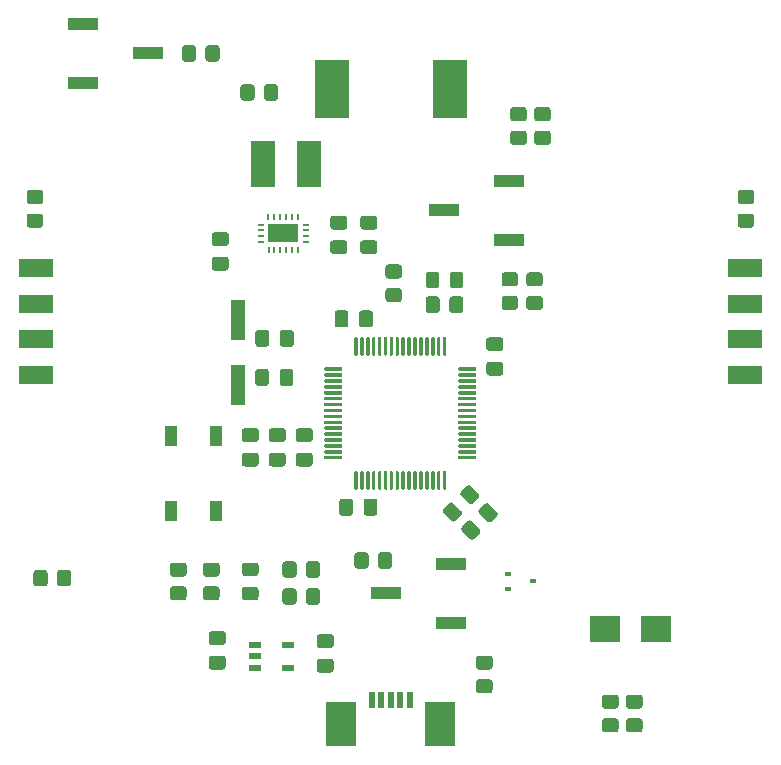
<source format=gbr>
%TF.GenerationSoftware,KiCad,Pcbnew,(5.1.10)-1*%
%TF.CreationDate,2021-12-17T12:10:03-05:00*%
%TF.ProjectId,Chess-Timer-RevA,43686573-732d-4546-996d-65722d526576,rev?*%
%TF.SameCoordinates,Original*%
%TF.FileFunction,Paste,Top*%
%TF.FilePolarity,Positive*%
%FSLAX46Y46*%
G04 Gerber Fmt 4.6, Leading zero omitted, Abs format (unit mm)*
G04 Created by KiCad (PCBNEW (5.1.10)-1) date 2021-12-17 12:10:03*
%MOMM*%
%LPD*%
G01*
G04 APERTURE LIST*
%ADD10R,0.600000X0.250000*%
%ADD11R,2.650000X1.650000*%
%ADD12R,0.250000X0.600000*%
%ADD13R,0.500000X1.400000*%
%ADD14R,2.500000X3.800000*%
%ADD15R,1.200000X3.500000*%
%ADD16R,2.500000X2.300000*%
%ADD17R,2.000000X4.000000*%
%ADD18R,0.600000X0.400000*%
%ADD19R,2.500000X1.000000*%
%ADD20R,1.000000X1.700000*%
%ADD21R,3.000000X5.000000*%
%ADD22R,1.100000X0.600000*%
%ADD23R,3.000000X1.500000*%
G04 APERTURE END LIST*
D10*
%TO.C,U2*%
X24008000Y43700000D03*
X27808000Y44200000D03*
D11*
X25908000Y44450000D03*
D10*
X27808000Y45200000D03*
X27808000Y44700000D03*
X27808000Y43700000D03*
D12*
X24658000Y43050000D03*
X25158000Y43050000D03*
X25658000Y43050000D03*
X26158000Y43050000D03*
X26658000Y43050000D03*
X27158000Y43050000D03*
D10*
X24008000Y44200000D03*
X24008000Y44700000D03*
X24008000Y45200000D03*
D12*
X24638000Y45850000D03*
X25158000Y45850000D03*
X25658000Y45850000D03*
X26158000Y45850000D03*
X26658000Y45850000D03*
X27158000Y45850000D03*
%TD*%
D13*
%TO.C,J1*%
X35001200Y4987200D03*
D14*
X39201200Y2887200D03*
X30801200Y2887200D03*
D13*
X36601200Y4987200D03*
X35801200Y4987200D03*
X34201200Y4987200D03*
X33401200Y4987200D03*
%TD*%
D15*
%TO.C,XTAL1*%
X22098000Y31584000D03*
X22098000Y37084000D03*
%TD*%
%TO.C,C15*%
G36*
G01*
X24696000Y32733000D02*
X24696000Y31783000D01*
G75*
G02*
X24446000Y31533000I-250000J0D01*
G01*
X23771000Y31533000D01*
G75*
G02*
X23521000Y31783000I0J250000D01*
G01*
X23521000Y32733000D01*
G75*
G02*
X23771000Y32983000I250000J0D01*
G01*
X24446000Y32983000D01*
G75*
G02*
X24696000Y32733000I0J-250000D01*
G01*
G37*
G36*
G01*
X26771000Y32733000D02*
X26771000Y31783000D01*
G75*
G02*
X26521000Y31533000I-250000J0D01*
G01*
X25846000Y31533000D01*
G75*
G02*
X25596000Y31783000I0J250000D01*
G01*
X25596000Y32733000D01*
G75*
G02*
X25846000Y32983000I250000J0D01*
G01*
X26521000Y32983000D01*
G75*
G02*
X26771000Y32733000I0J-250000D01*
G01*
G37*
%TD*%
%TO.C,C14*%
G36*
G01*
X24717500Y36035000D02*
X24717500Y35085000D01*
G75*
G02*
X24467500Y34835000I-250000J0D01*
G01*
X23792500Y34835000D01*
G75*
G02*
X23542500Y35085000I0J250000D01*
G01*
X23542500Y36035000D01*
G75*
G02*
X23792500Y36285000I250000J0D01*
G01*
X24467500Y36285000D01*
G75*
G02*
X24717500Y36035000I0J-250000D01*
G01*
G37*
G36*
G01*
X26792500Y36035000D02*
X26792500Y35085000D01*
G75*
G02*
X26542500Y34835000I-250000J0D01*
G01*
X25867500Y34835000D01*
G75*
G02*
X25617500Y35085000I0J250000D01*
G01*
X25617500Y36035000D01*
G75*
G02*
X25867500Y36285000I250000J0D01*
G01*
X26542500Y36285000D01*
G75*
G02*
X26792500Y36035000I0J-250000D01*
G01*
G37*
%TD*%
D16*
%TO.C,D1*%
X57445800Y10922000D03*
X53145800Y10922000D03*
%TD*%
%TO.C,C8*%
G36*
G01*
X31808000Y21747500D02*
X31808000Y20797500D01*
G75*
G02*
X31558000Y20547500I-250000J0D01*
G01*
X30883000Y20547500D01*
G75*
G02*
X30633000Y20797500I0J250000D01*
G01*
X30633000Y21747500D01*
G75*
G02*
X30883000Y21997500I250000J0D01*
G01*
X31558000Y21997500D01*
G75*
G02*
X31808000Y21747500I0J-250000D01*
G01*
G37*
G36*
G01*
X33883000Y21747500D02*
X33883000Y20797500D01*
G75*
G02*
X33633000Y20547500I-250000J0D01*
G01*
X32958000Y20547500D01*
G75*
G02*
X32708000Y20797500I0J250000D01*
G01*
X32708000Y21747500D01*
G75*
G02*
X32958000Y21997500I250000J0D01*
G01*
X33633000Y21997500D01*
G75*
G02*
X33883000Y21747500I0J-250000D01*
G01*
G37*
%TD*%
%TO.C,C1*%
G36*
G01*
X29939000Y7265000D02*
X28989000Y7265000D01*
G75*
G02*
X28739000Y7515000I0J250000D01*
G01*
X28739000Y8190000D01*
G75*
G02*
X28989000Y8440000I250000J0D01*
G01*
X29939000Y8440000D01*
G75*
G02*
X30189000Y8190000I0J-250000D01*
G01*
X30189000Y7515000D01*
G75*
G02*
X29939000Y7265000I-250000J0D01*
G01*
G37*
G36*
G01*
X29939000Y9340000D02*
X28989000Y9340000D01*
G75*
G02*
X28739000Y9590000I0J250000D01*
G01*
X28739000Y10265000D01*
G75*
G02*
X28989000Y10515000I250000J0D01*
G01*
X29939000Y10515000D01*
G75*
G02*
X30189000Y10265000I0J-250000D01*
G01*
X30189000Y9590000D01*
G75*
G02*
X29939000Y9340000I-250000J0D01*
G01*
G37*
%TD*%
%TO.C,C2*%
G36*
G01*
X20795000Y7519000D02*
X19845000Y7519000D01*
G75*
G02*
X19595000Y7769000I0J250000D01*
G01*
X19595000Y8444000D01*
G75*
G02*
X19845000Y8694000I250000J0D01*
G01*
X20795000Y8694000D01*
G75*
G02*
X21045000Y8444000I0J-250000D01*
G01*
X21045000Y7769000D01*
G75*
G02*
X20795000Y7519000I-250000J0D01*
G01*
G37*
G36*
G01*
X20795000Y9594000D02*
X19845000Y9594000D01*
G75*
G02*
X19595000Y9844000I0J250000D01*
G01*
X19595000Y10519000D01*
G75*
G02*
X19845000Y10769000I250000J0D01*
G01*
X20795000Y10769000D01*
G75*
G02*
X21045000Y10519000I0J-250000D01*
G01*
X21045000Y9844000D01*
G75*
G02*
X20795000Y9594000I-250000J0D01*
G01*
G37*
%TD*%
%TO.C,C3*%
G36*
G01*
X20099000Y42476000D02*
X21049000Y42476000D01*
G75*
G02*
X21299000Y42226000I0J-250000D01*
G01*
X21299000Y41551000D01*
G75*
G02*
X21049000Y41301000I-250000J0D01*
G01*
X20099000Y41301000D01*
G75*
G02*
X19849000Y41551000I0J250000D01*
G01*
X19849000Y42226000D01*
G75*
G02*
X20099000Y42476000I250000J0D01*
G01*
G37*
G36*
G01*
X20099000Y44551000D02*
X21049000Y44551000D01*
G75*
G02*
X21299000Y44301000I0J-250000D01*
G01*
X21299000Y43626000D01*
G75*
G02*
X21049000Y43376000I-250000J0D01*
G01*
X20099000Y43376000D01*
G75*
G02*
X19849000Y43626000I0J250000D01*
G01*
X19849000Y44301000D01*
G75*
G02*
X20099000Y44551000I250000J0D01*
G01*
G37*
%TD*%
%TO.C,C4*%
G36*
G01*
X30132000Y43873000D02*
X31082000Y43873000D01*
G75*
G02*
X31332000Y43623000I0J-250000D01*
G01*
X31332000Y42948000D01*
G75*
G02*
X31082000Y42698000I-250000J0D01*
G01*
X30132000Y42698000D01*
G75*
G02*
X29882000Y42948000I0J250000D01*
G01*
X29882000Y43623000D01*
G75*
G02*
X30132000Y43873000I250000J0D01*
G01*
G37*
G36*
G01*
X30132000Y45948000D02*
X31082000Y45948000D01*
G75*
G02*
X31332000Y45698000I0J-250000D01*
G01*
X31332000Y45023000D01*
G75*
G02*
X31082000Y44773000I-250000J0D01*
G01*
X30132000Y44773000D01*
G75*
G02*
X29882000Y45023000I0J250000D01*
G01*
X29882000Y45698000D01*
G75*
G02*
X30132000Y45948000I250000J0D01*
G01*
G37*
%TD*%
%TO.C,C5*%
G36*
G01*
X32672000Y45948000D02*
X33622000Y45948000D01*
G75*
G02*
X33872000Y45698000I0J-250000D01*
G01*
X33872000Y45023000D01*
G75*
G02*
X33622000Y44773000I-250000J0D01*
G01*
X32672000Y44773000D01*
G75*
G02*
X32422000Y45023000I0J250000D01*
G01*
X32422000Y45698000D01*
G75*
G02*
X32672000Y45948000I250000J0D01*
G01*
G37*
G36*
G01*
X32672000Y43873000D02*
X33622000Y43873000D01*
G75*
G02*
X33872000Y43623000I0J-250000D01*
G01*
X33872000Y42948000D01*
G75*
G02*
X33622000Y42698000I-250000J0D01*
G01*
X32672000Y42698000D01*
G75*
G02*
X32422000Y42948000I0J250000D01*
G01*
X32422000Y43623000D01*
G75*
G02*
X32672000Y43873000I250000J0D01*
G01*
G37*
%TD*%
%TO.C,C6*%
G36*
G01*
X41865527Y20083678D02*
X42537278Y19411927D01*
G75*
G02*
X42537278Y19058373I-176777J-176777D01*
G01*
X42059981Y18581076D01*
G75*
G02*
X41706427Y18581076I-176777J176777D01*
G01*
X41034676Y19252827D01*
G75*
G02*
X41034676Y19606381I176777J176777D01*
G01*
X41511973Y20083678D01*
G75*
G02*
X41865527Y20083678I176777J-176777D01*
G01*
G37*
G36*
G01*
X43332773Y21550924D02*
X44004524Y20879173D01*
G75*
G02*
X44004524Y20525619I-176777J-176777D01*
G01*
X43527227Y20048322D01*
G75*
G02*
X43173673Y20048322I-176777J176777D01*
G01*
X42501922Y20720073D01*
G75*
G02*
X42501922Y21073627I176777J176777D01*
G01*
X42979219Y21550924D01*
G75*
G02*
X43332773Y21550924I176777J-176777D01*
G01*
G37*
%TD*%
%TO.C,C7*%
G36*
G01*
X30252000Y36736000D02*
X30252000Y37686000D01*
G75*
G02*
X30502000Y37936000I250000J0D01*
G01*
X31177000Y37936000D01*
G75*
G02*
X31427000Y37686000I0J-250000D01*
G01*
X31427000Y36736000D01*
G75*
G02*
X31177000Y36486000I-250000J0D01*
G01*
X30502000Y36486000D01*
G75*
G02*
X30252000Y36736000I0J250000D01*
G01*
G37*
G36*
G01*
X32327000Y36736000D02*
X32327000Y37686000D01*
G75*
G02*
X32577000Y37936000I250000J0D01*
G01*
X33252000Y37936000D01*
G75*
G02*
X33502000Y37686000I0J-250000D01*
G01*
X33502000Y36736000D01*
G75*
G02*
X33252000Y36486000I-250000J0D01*
G01*
X32577000Y36486000D01*
G75*
G02*
X32327000Y36736000I0J250000D01*
G01*
G37*
%TD*%
%TO.C,C9*%
G36*
G01*
X41783373Y23074924D02*
X42455124Y22403173D01*
G75*
G02*
X42455124Y22049619I-176777J-176777D01*
G01*
X41977827Y21572322D01*
G75*
G02*
X41624273Y21572322I-176777J176777D01*
G01*
X40952522Y22244073D01*
G75*
G02*
X40952522Y22597627I176777J176777D01*
G01*
X41429819Y23074924D01*
G75*
G02*
X41783373Y23074924I176777J-176777D01*
G01*
G37*
G36*
G01*
X40316127Y21607678D02*
X40987878Y20935927D01*
G75*
G02*
X40987878Y20582373I-176777J-176777D01*
G01*
X40510581Y20105076D01*
G75*
G02*
X40157027Y20105076I-176777J176777D01*
G01*
X39485276Y20776827D01*
G75*
G02*
X39485276Y21130381I176777J176777D01*
G01*
X39962573Y21607678D01*
G75*
G02*
X40316127Y21607678I176777J-176777D01*
G01*
G37*
%TD*%
%TO.C,C10*%
G36*
G01*
X43340000Y33586000D02*
X44290000Y33586000D01*
G75*
G02*
X44540000Y33336000I0J-250000D01*
G01*
X44540000Y32661000D01*
G75*
G02*
X44290000Y32411000I-250000J0D01*
G01*
X43340000Y32411000D01*
G75*
G02*
X43090000Y32661000I0J250000D01*
G01*
X43090000Y33336000D01*
G75*
G02*
X43340000Y33586000I250000J0D01*
G01*
G37*
G36*
G01*
X43340000Y35661000D02*
X44290000Y35661000D01*
G75*
G02*
X44540000Y35411000I0J-250000D01*
G01*
X44540000Y34736000D01*
G75*
G02*
X44290000Y34486000I-250000J0D01*
G01*
X43340000Y34486000D01*
G75*
G02*
X43090000Y34736000I0J250000D01*
G01*
X43090000Y35411000D01*
G75*
G02*
X43340000Y35661000I250000J0D01*
G01*
G37*
%TD*%
%TO.C,C11*%
G36*
G01*
X25875000Y26789800D02*
X24925000Y26789800D01*
G75*
G02*
X24675000Y27039800I0J250000D01*
G01*
X24675000Y27714800D01*
G75*
G02*
X24925000Y27964800I250000J0D01*
G01*
X25875000Y27964800D01*
G75*
G02*
X26125000Y27714800I0J-250000D01*
G01*
X26125000Y27039800D01*
G75*
G02*
X25875000Y26789800I-250000J0D01*
G01*
G37*
G36*
G01*
X25875000Y24714800D02*
X24925000Y24714800D01*
G75*
G02*
X24675000Y24964800I0J250000D01*
G01*
X24675000Y25639800D01*
G75*
G02*
X24925000Y25889800I250000J0D01*
G01*
X25875000Y25889800D01*
G75*
G02*
X26125000Y25639800I0J-250000D01*
G01*
X26125000Y24964800D01*
G75*
G02*
X25875000Y24714800I-250000J0D01*
G01*
G37*
%TD*%
%TO.C,C12*%
G36*
G01*
X28161000Y24714800D02*
X27211000Y24714800D01*
G75*
G02*
X26961000Y24964800I0J250000D01*
G01*
X26961000Y25639800D01*
G75*
G02*
X27211000Y25889800I250000J0D01*
G01*
X28161000Y25889800D01*
G75*
G02*
X28411000Y25639800I0J-250000D01*
G01*
X28411000Y24964800D01*
G75*
G02*
X28161000Y24714800I-250000J0D01*
G01*
G37*
G36*
G01*
X28161000Y26789800D02*
X27211000Y26789800D01*
G75*
G02*
X26961000Y27039800I0J250000D01*
G01*
X26961000Y27714800D01*
G75*
G02*
X27211000Y27964800I250000J0D01*
G01*
X28161000Y27964800D01*
G75*
G02*
X28411000Y27714800I0J-250000D01*
G01*
X28411000Y27039800D01*
G75*
G02*
X28161000Y26789800I-250000J0D01*
G01*
G37*
%TD*%
%TO.C,C13*%
G36*
G01*
X22639000Y27964800D02*
X23589000Y27964800D01*
G75*
G02*
X23839000Y27714800I0J-250000D01*
G01*
X23839000Y27039800D01*
G75*
G02*
X23589000Y26789800I-250000J0D01*
G01*
X22639000Y26789800D01*
G75*
G02*
X22389000Y27039800I0J250000D01*
G01*
X22389000Y27714800D01*
G75*
G02*
X22639000Y27964800I250000J0D01*
G01*
G37*
G36*
G01*
X22639000Y25889800D02*
X23589000Y25889800D01*
G75*
G02*
X23839000Y25639800I0J-250000D01*
G01*
X23839000Y24964800D01*
G75*
G02*
X23589000Y24714800I-250000J0D01*
G01*
X22639000Y24714800D01*
G75*
G02*
X22389000Y24964800I0J250000D01*
G01*
X22389000Y25639800D01*
G75*
G02*
X22639000Y25889800I250000J0D01*
G01*
G37*
%TD*%
D17*
%TO.C,L1*%
X24212000Y50292000D03*
X28112000Y50292000D03*
%TD*%
%TO.C,LED1*%
G36*
G01*
X23564001Y13386000D02*
X22663999Y13386000D01*
G75*
G02*
X22414000Y13635999I0J249999D01*
G01*
X22414000Y14286001D01*
G75*
G02*
X22663999Y14536000I249999J0D01*
G01*
X23564001Y14536000D01*
G75*
G02*
X23814000Y14286001I0J-249999D01*
G01*
X23814000Y13635999D01*
G75*
G02*
X23564001Y13386000I-249999J0D01*
G01*
G37*
G36*
G01*
X23564001Y15436000D02*
X22663999Y15436000D01*
G75*
G02*
X22414000Y15685999I0J249999D01*
G01*
X22414000Y16336001D01*
G75*
G02*
X22663999Y16586000I249999J0D01*
G01*
X23564001Y16586000D01*
G75*
G02*
X23814000Y16336001I0J-249999D01*
G01*
X23814000Y15685999D01*
G75*
G02*
X23564001Y15436000I-249999J0D01*
G01*
G37*
%TD*%
%TO.C,LED2*%
G36*
G01*
X39110500Y40963001D02*
X39110500Y40062999D01*
G75*
G02*
X38860501Y39813000I-249999J0D01*
G01*
X38210499Y39813000D01*
G75*
G02*
X37960500Y40062999I0J249999D01*
G01*
X37960500Y40963001D01*
G75*
G02*
X38210499Y41213000I249999J0D01*
G01*
X38860501Y41213000D01*
G75*
G02*
X39110500Y40963001I0J-249999D01*
G01*
G37*
G36*
G01*
X41160500Y40963001D02*
X41160500Y40062999D01*
G75*
G02*
X40910501Y39813000I-249999J0D01*
G01*
X40260499Y39813000D01*
G75*
G02*
X40010500Y40062999I0J249999D01*
G01*
X40010500Y40963001D01*
G75*
G02*
X40260499Y41213000I249999J0D01*
G01*
X40910501Y41213000D01*
G75*
G02*
X41160500Y40963001I0J-249999D01*
G01*
G37*
%TD*%
D18*
%TO.C,Q1*%
X44924000Y15636000D03*
X44924000Y14336000D03*
X47024000Y14986000D03*
%TD*%
%TO.C,R1*%
G36*
G01*
X46730499Y39160500D02*
X47630501Y39160500D01*
G75*
G02*
X47880500Y38910501I0J-249999D01*
G01*
X47880500Y38210499D01*
G75*
G02*
X47630501Y37960500I-249999J0D01*
G01*
X46730499Y37960500D01*
G75*
G02*
X46480500Y38210499I0J249999D01*
G01*
X46480500Y38910501D01*
G75*
G02*
X46730499Y39160500I249999J0D01*
G01*
G37*
G36*
G01*
X46730499Y41160500D02*
X47630501Y41160500D01*
G75*
G02*
X47880500Y40910501I0J-249999D01*
G01*
X47880500Y40210499D01*
G75*
G02*
X47630501Y39960500I-249999J0D01*
G01*
X46730499Y39960500D01*
G75*
G02*
X46480500Y40210499I0J249999D01*
G01*
X46480500Y40910501D01*
G75*
G02*
X46730499Y41160500I249999J0D01*
G01*
G37*
%TD*%
%TO.C,R2*%
G36*
G01*
X44634999Y41160500D02*
X45535001Y41160500D01*
G75*
G02*
X45785000Y40910501I0J-249999D01*
G01*
X45785000Y40210499D01*
G75*
G02*
X45535001Y39960500I-249999J0D01*
G01*
X44634999Y39960500D01*
G75*
G02*
X44385000Y40210499I0J249999D01*
G01*
X44385000Y40910501D01*
G75*
G02*
X44634999Y41160500I249999J0D01*
G01*
G37*
G36*
G01*
X44634999Y39160500D02*
X45535001Y39160500D01*
G75*
G02*
X45785000Y38910501I0J-249999D01*
G01*
X45785000Y38210499D01*
G75*
G02*
X45535001Y37960500I-249999J0D01*
G01*
X44634999Y37960500D01*
G75*
G02*
X44385000Y38210499I0J249999D01*
G01*
X44385000Y38910501D01*
G75*
G02*
X44634999Y39160500I249999J0D01*
G01*
G37*
%TD*%
%TO.C,R3*%
G36*
G01*
X29032000Y16452001D02*
X29032000Y15551999D01*
G75*
G02*
X28782001Y15302000I-249999J0D01*
G01*
X28081999Y15302000D01*
G75*
G02*
X27832000Y15551999I0J249999D01*
G01*
X27832000Y16452001D01*
G75*
G02*
X28081999Y16702000I249999J0D01*
G01*
X28782001Y16702000D01*
G75*
G02*
X29032000Y16452001I0J-249999D01*
G01*
G37*
G36*
G01*
X27032000Y16452001D02*
X27032000Y15551999D01*
G75*
G02*
X26782001Y15302000I-249999J0D01*
G01*
X26081999Y15302000D01*
G75*
G02*
X25832000Y15551999I0J249999D01*
G01*
X25832000Y16452001D01*
G75*
G02*
X26081999Y16702000I249999J0D01*
G01*
X26782001Y16702000D01*
G75*
G02*
X27032000Y16452001I0J-249999D01*
G01*
G37*
%TD*%
%TO.C,R4*%
G36*
G01*
X27032000Y14166001D02*
X27032000Y13265999D01*
G75*
G02*
X26782001Y13016000I-249999J0D01*
G01*
X26081999Y13016000D01*
G75*
G02*
X25832000Y13265999I0J249999D01*
G01*
X25832000Y14166001D01*
G75*
G02*
X26081999Y14416000I249999J0D01*
G01*
X26782001Y14416000D01*
G75*
G02*
X27032000Y14166001I0J-249999D01*
G01*
G37*
G36*
G01*
X29032000Y14166001D02*
X29032000Y13265999D01*
G75*
G02*
X28782001Y13016000I-249999J0D01*
G01*
X28081999Y13016000D01*
G75*
G02*
X27832000Y13265999I0J249999D01*
G01*
X27832000Y14166001D01*
G75*
G02*
X28081999Y14416000I249999J0D01*
G01*
X28782001Y14416000D01*
G75*
G02*
X29032000Y14166001I0J-249999D01*
G01*
G37*
%TD*%
%TO.C,R5*%
G36*
G01*
X31928000Y16313999D02*
X31928000Y17214001D01*
G75*
G02*
X32177999Y17464000I249999J0D01*
G01*
X32878001Y17464000D01*
G75*
G02*
X33128000Y17214001I0J-249999D01*
G01*
X33128000Y16313999D01*
G75*
G02*
X32878001Y16064000I-249999J0D01*
G01*
X32177999Y16064000D01*
G75*
G02*
X31928000Y16313999I0J249999D01*
G01*
G37*
G36*
G01*
X33928000Y16313999D02*
X33928000Y17214001D01*
G75*
G02*
X34177999Y17464000I249999J0D01*
G01*
X34878001Y17464000D01*
G75*
G02*
X35128000Y17214001I0J-249999D01*
G01*
X35128000Y16313999D01*
G75*
G02*
X34878001Y16064000I-249999J0D01*
G01*
X34177999Y16064000D01*
G75*
G02*
X33928000Y16313999I0J249999D01*
G01*
G37*
%TD*%
%TO.C,R6*%
G36*
G01*
X42475999Y8712000D02*
X43376001Y8712000D01*
G75*
G02*
X43626000Y8462001I0J-249999D01*
G01*
X43626000Y7761999D01*
G75*
G02*
X43376001Y7512000I-249999J0D01*
G01*
X42475999Y7512000D01*
G75*
G02*
X42226000Y7761999I0J249999D01*
G01*
X42226000Y8462001D01*
G75*
G02*
X42475999Y8712000I249999J0D01*
G01*
G37*
G36*
G01*
X42475999Y6712000D02*
X43376001Y6712000D01*
G75*
G02*
X43626000Y6462001I0J-249999D01*
G01*
X43626000Y5761999D01*
G75*
G02*
X43376001Y5512000I-249999J0D01*
G01*
X42475999Y5512000D01*
G75*
G02*
X42226000Y5761999I0J249999D01*
G01*
X42226000Y6462001D01*
G75*
G02*
X42475999Y6712000I249999J0D01*
G01*
G37*
%TD*%
%TO.C,R7*%
G36*
G01*
X5950000Y15715401D02*
X5950000Y14815399D01*
G75*
G02*
X5700001Y14565400I-249999J0D01*
G01*
X4999999Y14565400D01*
G75*
G02*
X4750000Y14815399I0J249999D01*
G01*
X4750000Y15715401D01*
G75*
G02*
X4999999Y15965400I249999J0D01*
G01*
X5700001Y15965400D01*
G75*
G02*
X5950000Y15715401I0J-249999D01*
G01*
G37*
G36*
G01*
X7950000Y15715401D02*
X7950000Y14815399D01*
G75*
G02*
X7700001Y14565400I-249999J0D01*
G01*
X6999999Y14565400D01*
G75*
G02*
X6750000Y14815399I0J249999D01*
G01*
X6750000Y15715401D01*
G75*
G02*
X6999999Y15965400I249999J0D01*
G01*
X7700001Y15965400D01*
G75*
G02*
X7950000Y15715401I0J-249999D01*
G01*
G37*
%TD*%
%TO.C,R8*%
G36*
G01*
X22276000Y55937999D02*
X22276000Y56838001D01*
G75*
G02*
X22525999Y57088000I249999J0D01*
G01*
X23226001Y57088000D01*
G75*
G02*
X23476000Y56838001I0J-249999D01*
G01*
X23476000Y55937999D01*
G75*
G02*
X23226001Y55688000I-249999J0D01*
G01*
X22525999Y55688000D01*
G75*
G02*
X22276000Y55937999I0J249999D01*
G01*
G37*
G36*
G01*
X24276000Y55937999D02*
X24276000Y56838001D01*
G75*
G02*
X24525999Y57088000I249999J0D01*
G01*
X25226001Y57088000D01*
G75*
G02*
X25476000Y56838001I0J-249999D01*
G01*
X25476000Y55937999D01*
G75*
G02*
X25226001Y55688000I-249999J0D01*
G01*
X24525999Y55688000D01*
G75*
G02*
X24276000Y55937999I0J249999D01*
G01*
G37*
%TD*%
%TO.C,R9*%
G36*
G01*
X18523000Y60140001D02*
X18523000Y59239999D01*
G75*
G02*
X18273001Y58990000I-249999J0D01*
G01*
X17572999Y58990000D01*
G75*
G02*
X17323000Y59239999I0J249999D01*
G01*
X17323000Y60140001D01*
G75*
G02*
X17572999Y60390000I249999J0D01*
G01*
X18273001Y60390000D01*
G75*
G02*
X18523000Y60140001I0J-249999D01*
G01*
G37*
G36*
G01*
X20523000Y60140001D02*
X20523000Y59239999D01*
G75*
G02*
X20273001Y58990000I-249999J0D01*
G01*
X19572999Y58990000D01*
G75*
G02*
X19323000Y59239999I0J249999D01*
G01*
X19323000Y60140001D01*
G75*
G02*
X19572999Y60390000I249999J0D01*
G01*
X20273001Y60390000D01*
G75*
G02*
X20523000Y60140001I0J-249999D01*
G01*
G37*
%TD*%
%TO.C,R10*%
G36*
G01*
X20262001Y15386000D02*
X19361999Y15386000D01*
G75*
G02*
X19112000Y15635999I0J249999D01*
G01*
X19112000Y16336001D01*
G75*
G02*
X19361999Y16586000I249999J0D01*
G01*
X20262001Y16586000D01*
G75*
G02*
X20512000Y16336001I0J-249999D01*
G01*
X20512000Y15635999D01*
G75*
G02*
X20262001Y15386000I-249999J0D01*
G01*
G37*
G36*
G01*
X20262001Y13386000D02*
X19361999Y13386000D01*
G75*
G02*
X19112000Y13635999I0J249999D01*
G01*
X19112000Y14336001D01*
G75*
G02*
X19361999Y14586000I249999J0D01*
G01*
X20262001Y14586000D01*
G75*
G02*
X20512000Y14336001I0J-249999D01*
G01*
X20512000Y13635999D01*
G75*
G02*
X20262001Y13386000I-249999J0D01*
G01*
G37*
%TD*%
%TO.C,R11*%
G36*
G01*
X55175999Y3410000D02*
X56076001Y3410000D01*
G75*
G02*
X56326000Y3160001I0J-249999D01*
G01*
X56326000Y2459999D01*
G75*
G02*
X56076001Y2210000I-249999J0D01*
G01*
X55175999Y2210000D01*
G75*
G02*
X54926000Y2459999I0J249999D01*
G01*
X54926000Y3160001D01*
G75*
G02*
X55175999Y3410000I249999J0D01*
G01*
G37*
G36*
G01*
X55175999Y5410000D02*
X56076001Y5410000D01*
G75*
G02*
X56326000Y5160001I0J-249999D01*
G01*
X56326000Y4459999D01*
G75*
G02*
X56076001Y4210000I-249999J0D01*
G01*
X55175999Y4210000D01*
G75*
G02*
X54926000Y4459999I0J249999D01*
G01*
X54926000Y5160001D01*
G75*
G02*
X55175999Y5410000I249999J0D01*
G01*
G37*
%TD*%
%TO.C,R12*%
G36*
G01*
X54044001Y2210000D02*
X53143999Y2210000D01*
G75*
G02*
X52894000Y2459999I0J249999D01*
G01*
X52894000Y3160001D01*
G75*
G02*
X53143999Y3410000I249999J0D01*
G01*
X54044001Y3410000D01*
G75*
G02*
X54294000Y3160001I0J-249999D01*
G01*
X54294000Y2459999D01*
G75*
G02*
X54044001Y2210000I-249999J0D01*
G01*
G37*
G36*
G01*
X54044001Y4210000D02*
X53143999Y4210000D01*
G75*
G02*
X52894000Y4459999I0J249999D01*
G01*
X52894000Y5160001D01*
G75*
G02*
X53143999Y5410000I249999J0D01*
G01*
X54044001Y5410000D01*
G75*
G02*
X54294000Y5160001I0J-249999D01*
G01*
X54294000Y4459999D01*
G75*
G02*
X54044001Y4210000I-249999J0D01*
G01*
G37*
%TD*%
%TO.C,R13*%
G36*
G01*
X35705201Y40633600D02*
X34805199Y40633600D01*
G75*
G02*
X34555200Y40883599I0J249999D01*
G01*
X34555200Y41583601D01*
G75*
G02*
X34805199Y41833600I249999J0D01*
G01*
X35705201Y41833600D01*
G75*
G02*
X35955200Y41583601I0J-249999D01*
G01*
X35955200Y40883599D01*
G75*
G02*
X35705201Y40633600I-249999J0D01*
G01*
G37*
G36*
G01*
X35705201Y38633600D02*
X34805199Y38633600D01*
G75*
G02*
X34555200Y38883599I0J249999D01*
G01*
X34555200Y39583601D01*
G75*
G02*
X34805199Y39833600I249999J0D01*
G01*
X35705201Y39833600D01*
G75*
G02*
X35955200Y39583601I0J-249999D01*
G01*
X35955200Y38883599D01*
G75*
G02*
X35705201Y38633600I-249999J0D01*
G01*
G37*
%TD*%
%TO.C,R14*%
G36*
G01*
X46271601Y51943200D02*
X45371599Y51943200D01*
G75*
G02*
X45121600Y52193199I0J249999D01*
G01*
X45121600Y52893201D01*
G75*
G02*
X45371599Y53143200I249999J0D01*
G01*
X46271601Y53143200D01*
G75*
G02*
X46521600Y52893201I0J-249999D01*
G01*
X46521600Y52193199D01*
G75*
G02*
X46271601Y51943200I-249999J0D01*
G01*
G37*
G36*
G01*
X46271601Y53943200D02*
X45371599Y53943200D01*
G75*
G02*
X45121600Y54193199I0J249999D01*
G01*
X45121600Y54893201D01*
G75*
G02*
X45371599Y55143200I249999J0D01*
G01*
X46271601Y55143200D01*
G75*
G02*
X46521600Y54893201I0J-249999D01*
G01*
X46521600Y54193199D01*
G75*
G02*
X46271601Y53943200I-249999J0D01*
G01*
G37*
%TD*%
%TO.C,R15*%
G36*
G01*
X48303601Y53943200D02*
X47403599Y53943200D01*
G75*
G02*
X47153600Y54193199I0J249999D01*
G01*
X47153600Y54893201D01*
G75*
G02*
X47403599Y55143200I249999J0D01*
G01*
X48303601Y55143200D01*
G75*
G02*
X48553600Y54893201I0J-249999D01*
G01*
X48553600Y54193199D01*
G75*
G02*
X48303601Y53943200I-249999J0D01*
G01*
G37*
G36*
G01*
X48303601Y51943200D02*
X47403599Y51943200D01*
G75*
G02*
X47153600Y52193199I0J249999D01*
G01*
X47153600Y52893201D01*
G75*
G02*
X47403599Y53143200I249999J0D01*
G01*
X48303601Y53143200D01*
G75*
G02*
X48553600Y52893201I0J-249999D01*
G01*
X48553600Y52193199D01*
G75*
G02*
X48303601Y51943200I-249999J0D01*
G01*
G37*
%TD*%
%TO.C,R17*%
G36*
G01*
X4426799Y48132800D02*
X5326801Y48132800D01*
G75*
G02*
X5576800Y47882801I0J-249999D01*
G01*
X5576800Y47182799D01*
G75*
G02*
X5326801Y46932800I-249999J0D01*
G01*
X4426799Y46932800D01*
G75*
G02*
X4176800Y47182799I0J249999D01*
G01*
X4176800Y47882801D01*
G75*
G02*
X4426799Y48132800I249999J0D01*
G01*
G37*
G36*
G01*
X4426799Y46132800D02*
X5326801Y46132800D01*
G75*
G02*
X5576800Y45882801I0J-249999D01*
G01*
X5576800Y45182799D01*
G75*
G02*
X5326801Y44932800I-249999J0D01*
G01*
X4426799Y44932800D01*
G75*
G02*
X4176800Y45182799I0J249999D01*
G01*
X4176800Y45882801D01*
G75*
G02*
X4426799Y46132800I249999J0D01*
G01*
G37*
%TD*%
%TO.C,R18*%
G36*
G01*
X64624799Y46132800D02*
X65524801Y46132800D01*
G75*
G02*
X65774800Y45882801I0J-249999D01*
G01*
X65774800Y45182799D01*
G75*
G02*
X65524801Y44932800I-249999J0D01*
G01*
X64624799Y44932800D01*
G75*
G02*
X64374800Y45182799I0J249999D01*
G01*
X64374800Y45882801D01*
G75*
G02*
X64624799Y46132800I249999J0D01*
G01*
G37*
G36*
G01*
X64624799Y48132800D02*
X65524801Y48132800D01*
G75*
G02*
X65774800Y47882801I0J-249999D01*
G01*
X65774800Y47182799D01*
G75*
G02*
X65524801Y46932800I-249999J0D01*
G01*
X64624799Y46932800D01*
G75*
G02*
X64374800Y47182799I0J249999D01*
G01*
X64374800Y47882801D01*
G75*
G02*
X64624799Y48132800I249999J0D01*
G01*
G37*
%TD*%
%TO.C,R19*%
G36*
G01*
X37960500Y37967499D02*
X37960500Y38867501D01*
G75*
G02*
X38210499Y39117500I249999J0D01*
G01*
X38910501Y39117500D01*
G75*
G02*
X39160500Y38867501I0J-249999D01*
G01*
X39160500Y37967499D01*
G75*
G02*
X38910501Y37717500I-249999J0D01*
G01*
X38210499Y37717500D01*
G75*
G02*
X37960500Y37967499I0J249999D01*
G01*
G37*
G36*
G01*
X39960500Y37967499D02*
X39960500Y38867501D01*
G75*
G02*
X40210499Y39117500I249999J0D01*
G01*
X40910501Y39117500D01*
G75*
G02*
X41160500Y38867501I0J-249999D01*
G01*
X41160500Y37967499D01*
G75*
G02*
X40910501Y37717500I-249999J0D01*
G01*
X40210499Y37717500D01*
G75*
G02*
X39960500Y37967499I0J249999D01*
G01*
G37*
%TD*%
%TO.C,R20*%
G36*
G01*
X16567999Y16586000D02*
X17468001Y16586000D01*
G75*
G02*
X17718000Y16336001I0J-249999D01*
G01*
X17718000Y15635999D01*
G75*
G02*
X17468001Y15386000I-249999J0D01*
G01*
X16567999Y15386000D01*
G75*
G02*
X16318000Y15635999I0J249999D01*
G01*
X16318000Y16336001D01*
G75*
G02*
X16567999Y16586000I249999J0D01*
G01*
G37*
G36*
G01*
X16567999Y14586000D02*
X17468001Y14586000D01*
G75*
G02*
X17718000Y14336001I0J-249999D01*
G01*
X17718000Y13635999D01*
G75*
G02*
X17468001Y13386000I-249999J0D01*
G01*
X16567999Y13386000D01*
G75*
G02*
X16318000Y13635999I0J249999D01*
G01*
X16318000Y14336001D01*
G75*
G02*
X16567999Y14586000I249999J0D01*
G01*
G37*
%TD*%
D19*
%TO.C,S1*%
X40088000Y16470000D03*
X34588000Y13970000D03*
X40088000Y11470000D03*
%TD*%
%TO.C,S2*%
X8934000Y57190000D03*
X14434000Y59690000D03*
X8934000Y62190000D03*
%TD*%
%TO.C,S3*%
X45041000Y43918500D03*
X39541000Y46418500D03*
X45041000Y48918500D03*
%TD*%
D20*
%TO.C,S4*%
X16388000Y27280000D03*
X16388000Y20980000D03*
X20188000Y20980000D03*
X20188000Y27280000D03*
%TD*%
%TO.C,U3*%
G36*
G01*
X29364000Y32885000D02*
X29364000Y33035000D01*
G75*
G02*
X29439000Y33110000I75000J0D01*
G01*
X30839000Y33110000D01*
G75*
G02*
X30914000Y33035000I0J-75000D01*
G01*
X30914000Y32885000D01*
G75*
G02*
X30839000Y32810000I-75000J0D01*
G01*
X29439000Y32810000D01*
G75*
G02*
X29364000Y32885000I0J75000D01*
G01*
G37*
G36*
G01*
X29364000Y32385000D02*
X29364000Y32535000D01*
G75*
G02*
X29439000Y32610000I75000J0D01*
G01*
X30839000Y32610000D01*
G75*
G02*
X30914000Y32535000I0J-75000D01*
G01*
X30914000Y32385000D01*
G75*
G02*
X30839000Y32310000I-75000J0D01*
G01*
X29439000Y32310000D01*
G75*
G02*
X29364000Y32385000I0J75000D01*
G01*
G37*
G36*
G01*
X29364000Y31885000D02*
X29364000Y32035000D01*
G75*
G02*
X29439000Y32110000I75000J0D01*
G01*
X30839000Y32110000D01*
G75*
G02*
X30914000Y32035000I0J-75000D01*
G01*
X30914000Y31885000D01*
G75*
G02*
X30839000Y31810000I-75000J0D01*
G01*
X29439000Y31810000D01*
G75*
G02*
X29364000Y31885000I0J75000D01*
G01*
G37*
G36*
G01*
X29364000Y31385000D02*
X29364000Y31535000D01*
G75*
G02*
X29439000Y31610000I75000J0D01*
G01*
X30839000Y31610000D01*
G75*
G02*
X30914000Y31535000I0J-75000D01*
G01*
X30914000Y31385000D01*
G75*
G02*
X30839000Y31310000I-75000J0D01*
G01*
X29439000Y31310000D01*
G75*
G02*
X29364000Y31385000I0J75000D01*
G01*
G37*
G36*
G01*
X29364000Y30885000D02*
X29364000Y31035000D01*
G75*
G02*
X29439000Y31110000I75000J0D01*
G01*
X30839000Y31110000D01*
G75*
G02*
X30914000Y31035000I0J-75000D01*
G01*
X30914000Y30885000D01*
G75*
G02*
X30839000Y30810000I-75000J0D01*
G01*
X29439000Y30810000D01*
G75*
G02*
X29364000Y30885000I0J75000D01*
G01*
G37*
G36*
G01*
X29364000Y30385000D02*
X29364000Y30535000D01*
G75*
G02*
X29439000Y30610000I75000J0D01*
G01*
X30839000Y30610000D01*
G75*
G02*
X30914000Y30535000I0J-75000D01*
G01*
X30914000Y30385000D01*
G75*
G02*
X30839000Y30310000I-75000J0D01*
G01*
X29439000Y30310000D01*
G75*
G02*
X29364000Y30385000I0J75000D01*
G01*
G37*
G36*
G01*
X29364000Y29885000D02*
X29364000Y30035000D01*
G75*
G02*
X29439000Y30110000I75000J0D01*
G01*
X30839000Y30110000D01*
G75*
G02*
X30914000Y30035000I0J-75000D01*
G01*
X30914000Y29885000D01*
G75*
G02*
X30839000Y29810000I-75000J0D01*
G01*
X29439000Y29810000D01*
G75*
G02*
X29364000Y29885000I0J75000D01*
G01*
G37*
G36*
G01*
X29364000Y29385000D02*
X29364000Y29535000D01*
G75*
G02*
X29439000Y29610000I75000J0D01*
G01*
X30839000Y29610000D01*
G75*
G02*
X30914000Y29535000I0J-75000D01*
G01*
X30914000Y29385000D01*
G75*
G02*
X30839000Y29310000I-75000J0D01*
G01*
X29439000Y29310000D01*
G75*
G02*
X29364000Y29385000I0J75000D01*
G01*
G37*
G36*
G01*
X29364000Y28885000D02*
X29364000Y29035000D01*
G75*
G02*
X29439000Y29110000I75000J0D01*
G01*
X30839000Y29110000D01*
G75*
G02*
X30914000Y29035000I0J-75000D01*
G01*
X30914000Y28885000D01*
G75*
G02*
X30839000Y28810000I-75000J0D01*
G01*
X29439000Y28810000D01*
G75*
G02*
X29364000Y28885000I0J75000D01*
G01*
G37*
G36*
G01*
X29364000Y28385000D02*
X29364000Y28535000D01*
G75*
G02*
X29439000Y28610000I75000J0D01*
G01*
X30839000Y28610000D01*
G75*
G02*
X30914000Y28535000I0J-75000D01*
G01*
X30914000Y28385000D01*
G75*
G02*
X30839000Y28310000I-75000J0D01*
G01*
X29439000Y28310000D01*
G75*
G02*
X29364000Y28385000I0J75000D01*
G01*
G37*
G36*
G01*
X29364000Y27885000D02*
X29364000Y28035000D01*
G75*
G02*
X29439000Y28110000I75000J0D01*
G01*
X30839000Y28110000D01*
G75*
G02*
X30914000Y28035000I0J-75000D01*
G01*
X30914000Y27885000D01*
G75*
G02*
X30839000Y27810000I-75000J0D01*
G01*
X29439000Y27810000D01*
G75*
G02*
X29364000Y27885000I0J75000D01*
G01*
G37*
G36*
G01*
X29364000Y27385000D02*
X29364000Y27535000D01*
G75*
G02*
X29439000Y27610000I75000J0D01*
G01*
X30839000Y27610000D01*
G75*
G02*
X30914000Y27535000I0J-75000D01*
G01*
X30914000Y27385000D01*
G75*
G02*
X30839000Y27310000I-75000J0D01*
G01*
X29439000Y27310000D01*
G75*
G02*
X29364000Y27385000I0J75000D01*
G01*
G37*
G36*
G01*
X29364000Y26885000D02*
X29364000Y27035000D01*
G75*
G02*
X29439000Y27110000I75000J0D01*
G01*
X30839000Y27110000D01*
G75*
G02*
X30914000Y27035000I0J-75000D01*
G01*
X30914000Y26885000D01*
G75*
G02*
X30839000Y26810000I-75000J0D01*
G01*
X29439000Y26810000D01*
G75*
G02*
X29364000Y26885000I0J75000D01*
G01*
G37*
G36*
G01*
X29364000Y26385000D02*
X29364000Y26535000D01*
G75*
G02*
X29439000Y26610000I75000J0D01*
G01*
X30839000Y26610000D01*
G75*
G02*
X30914000Y26535000I0J-75000D01*
G01*
X30914000Y26385000D01*
G75*
G02*
X30839000Y26310000I-75000J0D01*
G01*
X29439000Y26310000D01*
G75*
G02*
X29364000Y26385000I0J75000D01*
G01*
G37*
G36*
G01*
X29364000Y25885000D02*
X29364000Y26035000D01*
G75*
G02*
X29439000Y26110000I75000J0D01*
G01*
X30839000Y26110000D01*
G75*
G02*
X30914000Y26035000I0J-75000D01*
G01*
X30914000Y25885000D01*
G75*
G02*
X30839000Y25810000I-75000J0D01*
G01*
X29439000Y25810000D01*
G75*
G02*
X29364000Y25885000I0J75000D01*
G01*
G37*
G36*
G01*
X29364000Y25385000D02*
X29364000Y25535000D01*
G75*
G02*
X29439000Y25610000I75000J0D01*
G01*
X30839000Y25610000D01*
G75*
G02*
X30914000Y25535000I0J-75000D01*
G01*
X30914000Y25385000D01*
G75*
G02*
X30839000Y25310000I-75000J0D01*
G01*
X29439000Y25310000D01*
G75*
G02*
X29364000Y25385000I0J75000D01*
G01*
G37*
G36*
G01*
X31914000Y22835000D02*
X31914000Y24235000D01*
G75*
G02*
X31989000Y24310000I75000J0D01*
G01*
X32139000Y24310000D01*
G75*
G02*
X32214000Y24235000I0J-75000D01*
G01*
X32214000Y22835000D01*
G75*
G02*
X32139000Y22760000I-75000J0D01*
G01*
X31989000Y22760000D01*
G75*
G02*
X31914000Y22835000I0J75000D01*
G01*
G37*
G36*
G01*
X32414000Y22835000D02*
X32414000Y24235000D01*
G75*
G02*
X32489000Y24310000I75000J0D01*
G01*
X32639000Y24310000D01*
G75*
G02*
X32714000Y24235000I0J-75000D01*
G01*
X32714000Y22835000D01*
G75*
G02*
X32639000Y22760000I-75000J0D01*
G01*
X32489000Y22760000D01*
G75*
G02*
X32414000Y22835000I0J75000D01*
G01*
G37*
G36*
G01*
X32914000Y22835000D02*
X32914000Y24235000D01*
G75*
G02*
X32989000Y24310000I75000J0D01*
G01*
X33139000Y24310000D01*
G75*
G02*
X33214000Y24235000I0J-75000D01*
G01*
X33214000Y22835000D01*
G75*
G02*
X33139000Y22760000I-75000J0D01*
G01*
X32989000Y22760000D01*
G75*
G02*
X32914000Y22835000I0J75000D01*
G01*
G37*
G36*
G01*
X33414000Y22835000D02*
X33414000Y24235000D01*
G75*
G02*
X33489000Y24310000I75000J0D01*
G01*
X33639000Y24310000D01*
G75*
G02*
X33714000Y24235000I0J-75000D01*
G01*
X33714000Y22835000D01*
G75*
G02*
X33639000Y22760000I-75000J0D01*
G01*
X33489000Y22760000D01*
G75*
G02*
X33414000Y22835000I0J75000D01*
G01*
G37*
G36*
G01*
X33914000Y22835000D02*
X33914000Y24235000D01*
G75*
G02*
X33989000Y24310000I75000J0D01*
G01*
X34139000Y24310000D01*
G75*
G02*
X34214000Y24235000I0J-75000D01*
G01*
X34214000Y22835000D01*
G75*
G02*
X34139000Y22760000I-75000J0D01*
G01*
X33989000Y22760000D01*
G75*
G02*
X33914000Y22835000I0J75000D01*
G01*
G37*
G36*
G01*
X34414000Y22835000D02*
X34414000Y24235000D01*
G75*
G02*
X34489000Y24310000I75000J0D01*
G01*
X34639000Y24310000D01*
G75*
G02*
X34714000Y24235000I0J-75000D01*
G01*
X34714000Y22835000D01*
G75*
G02*
X34639000Y22760000I-75000J0D01*
G01*
X34489000Y22760000D01*
G75*
G02*
X34414000Y22835000I0J75000D01*
G01*
G37*
G36*
G01*
X34914000Y22835000D02*
X34914000Y24235000D01*
G75*
G02*
X34989000Y24310000I75000J0D01*
G01*
X35139000Y24310000D01*
G75*
G02*
X35214000Y24235000I0J-75000D01*
G01*
X35214000Y22835000D01*
G75*
G02*
X35139000Y22760000I-75000J0D01*
G01*
X34989000Y22760000D01*
G75*
G02*
X34914000Y22835000I0J75000D01*
G01*
G37*
G36*
G01*
X35414000Y22835000D02*
X35414000Y24235000D01*
G75*
G02*
X35489000Y24310000I75000J0D01*
G01*
X35639000Y24310000D01*
G75*
G02*
X35714000Y24235000I0J-75000D01*
G01*
X35714000Y22835000D01*
G75*
G02*
X35639000Y22760000I-75000J0D01*
G01*
X35489000Y22760000D01*
G75*
G02*
X35414000Y22835000I0J75000D01*
G01*
G37*
G36*
G01*
X35914000Y22835000D02*
X35914000Y24235000D01*
G75*
G02*
X35989000Y24310000I75000J0D01*
G01*
X36139000Y24310000D01*
G75*
G02*
X36214000Y24235000I0J-75000D01*
G01*
X36214000Y22835000D01*
G75*
G02*
X36139000Y22760000I-75000J0D01*
G01*
X35989000Y22760000D01*
G75*
G02*
X35914000Y22835000I0J75000D01*
G01*
G37*
G36*
G01*
X36414000Y22835000D02*
X36414000Y24235000D01*
G75*
G02*
X36489000Y24310000I75000J0D01*
G01*
X36639000Y24310000D01*
G75*
G02*
X36714000Y24235000I0J-75000D01*
G01*
X36714000Y22835000D01*
G75*
G02*
X36639000Y22760000I-75000J0D01*
G01*
X36489000Y22760000D01*
G75*
G02*
X36414000Y22835000I0J75000D01*
G01*
G37*
G36*
G01*
X36914000Y22835000D02*
X36914000Y24235000D01*
G75*
G02*
X36989000Y24310000I75000J0D01*
G01*
X37139000Y24310000D01*
G75*
G02*
X37214000Y24235000I0J-75000D01*
G01*
X37214000Y22835000D01*
G75*
G02*
X37139000Y22760000I-75000J0D01*
G01*
X36989000Y22760000D01*
G75*
G02*
X36914000Y22835000I0J75000D01*
G01*
G37*
G36*
G01*
X37414000Y22835000D02*
X37414000Y24235000D01*
G75*
G02*
X37489000Y24310000I75000J0D01*
G01*
X37639000Y24310000D01*
G75*
G02*
X37714000Y24235000I0J-75000D01*
G01*
X37714000Y22835000D01*
G75*
G02*
X37639000Y22760000I-75000J0D01*
G01*
X37489000Y22760000D01*
G75*
G02*
X37414000Y22835000I0J75000D01*
G01*
G37*
G36*
G01*
X37914000Y22835000D02*
X37914000Y24235000D01*
G75*
G02*
X37989000Y24310000I75000J0D01*
G01*
X38139000Y24310000D01*
G75*
G02*
X38214000Y24235000I0J-75000D01*
G01*
X38214000Y22835000D01*
G75*
G02*
X38139000Y22760000I-75000J0D01*
G01*
X37989000Y22760000D01*
G75*
G02*
X37914000Y22835000I0J75000D01*
G01*
G37*
G36*
G01*
X38414000Y22835000D02*
X38414000Y24235000D01*
G75*
G02*
X38489000Y24310000I75000J0D01*
G01*
X38639000Y24310000D01*
G75*
G02*
X38714000Y24235000I0J-75000D01*
G01*
X38714000Y22835000D01*
G75*
G02*
X38639000Y22760000I-75000J0D01*
G01*
X38489000Y22760000D01*
G75*
G02*
X38414000Y22835000I0J75000D01*
G01*
G37*
G36*
G01*
X38914000Y22835000D02*
X38914000Y24235000D01*
G75*
G02*
X38989000Y24310000I75000J0D01*
G01*
X39139000Y24310000D01*
G75*
G02*
X39214000Y24235000I0J-75000D01*
G01*
X39214000Y22835000D01*
G75*
G02*
X39139000Y22760000I-75000J0D01*
G01*
X38989000Y22760000D01*
G75*
G02*
X38914000Y22835000I0J75000D01*
G01*
G37*
G36*
G01*
X39414000Y22835000D02*
X39414000Y24235000D01*
G75*
G02*
X39489000Y24310000I75000J0D01*
G01*
X39639000Y24310000D01*
G75*
G02*
X39714000Y24235000I0J-75000D01*
G01*
X39714000Y22835000D01*
G75*
G02*
X39639000Y22760000I-75000J0D01*
G01*
X39489000Y22760000D01*
G75*
G02*
X39414000Y22835000I0J75000D01*
G01*
G37*
G36*
G01*
X40714000Y25385000D02*
X40714000Y25535000D01*
G75*
G02*
X40789000Y25610000I75000J0D01*
G01*
X42189000Y25610000D01*
G75*
G02*
X42264000Y25535000I0J-75000D01*
G01*
X42264000Y25385000D01*
G75*
G02*
X42189000Y25310000I-75000J0D01*
G01*
X40789000Y25310000D01*
G75*
G02*
X40714000Y25385000I0J75000D01*
G01*
G37*
G36*
G01*
X40714000Y25885000D02*
X40714000Y26035000D01*
G75*
G02*
X40789000Y26110000I75000J0D01*
G01*
X42189000Y26110000D01*
G75*
G02*
X42264000Y26035000I0J-75000D01*
G01*
X42264000Y25885000D01*
G75*
G02*
X42189000Y25810000I-75000J0D01*
G01*
X40789000Y25810000D01*
G75*
G02*
X40714000Y25885000I0J75000D01*
G01*
G37*
G36*
G01*
X40714000Y26385000D02*
X40714000Y26535000D01*
G75*
G02*
X40789000Y26610000I75000J0D01*
G01*
X42189000Y26610000D01*
G75*
G02*
X42264000Y26535000I0J-75000D01*
G01*
X42264000Y26385000D01*
G75*
G02*
X42189000Y26310000I-75000J0D01*
G01*
X40789000Y26310000D01*
G75*
G02*
X40714000Y26385000I0J75000D01*
G01*
G37*
G36*
G01*
X40714000Y26885000D02*
X40714000Y27035000D01*
G75*
G02*
X40789000Y27110000I75000J0D01*
G01*
X42189000Y27110000D01*
G75*
G02*
X42264000Y27035000I0J-75000D01*
G01*
X42264000Y26885000D01*
G75*
G02*
X42189000Y26810000I-75000J0D01*
G01*
X40789000Y26810000D01*
G75*
G02*
X40714000Y26885000I0J75000D01*
G01*
G37*
G36*
G01*
X40714000Y27385000D02*
X40714000Y27535000D01*
G75*
G02*
X40789000Y27610000I75000J0D01*
G01*
X42189000Y27610000D01*
G75*
G02*
X42264000Y27535000I0J-75000D01*
G01*
X42264000Y27385000D01*
G75*
G02*
X42189000Y27310000I-75000J0D01*
G01*
X40789000Y27310000D01*
G75*
G02*
X40714000Y27385000I0J75000D01*
G01*
G37*
G36*
G01*
X40714000Y27885000D02*
X40714000Y28035000D01*
G75*
G02*
X40789000Y28110000I75000J0D01*
G01*
X42189000Y28110000D01*
G75*
G02*
X42264000Y28035000I0J-75000D01*
G01*
X42264000Y27885000D01*
G75*
G02*
X42189000Y27810000I-75000J0D01*
G01*
X40789000Y27810000D01*
G75*
G02*
X40714000Y27885000I0J75000D01*
G01*
G37*
G36*
G01*
X40714000Y28385000D02*
X40714000Y28535000D01*
G75*
G02*
X40789000Y28610000I75000J0D01*
G01*
X42189000Y28610000D01*
G75*
G02*
X42264000Y28535000I0J-75000D01*
G01*
X42264000Y28385000D01*
G75*
G02*
X42189000Y28310000I-75000J0D01*
G01*
X40789000Y28310000D01*
G75*
G02*
X40714000Y28385000I0J75000D01*
G01*
G37*
G36*
G01*
X40714000Y28885000D02*
X40714000Y29035000D01*
G75*
G02*
X40789000Y29110000I75000J0D01*
G01*
X42189000Y29110000D01*
G75*
G02*
X42264000Y29035000I0J-75000D01*
G01*
X42264000Y28885000D01*
G75*
G02*
X42189000Y28810000I-75000J0D01*
G01*
X40789000Y28810000D01*
G75*
G02*
X40714000Y28885000I0J75000D01*
G01*
G37*
G36*
G01*
X40714000Y29385000D02*
X40714000Y29535000D01*
G75*
G02*
X40789000Y29610000I75000J0D01*
G01*
X42189000Y29610000D01*
G75*
G02*
X42264000Y29535000I0J-75000D01*
G01*
X42264000Y29385000D01*
G75*
G02*
X42189000Y29310000I-75000J0D01*
G01*
X40789000Y29310000D01*
G75*
G02*
X40714000Y29385000I0J75000D01*
G01*
G37*
G36*
G01*
X40714000Y29885000D02*
X40714000Y30035000D01*
G75*
G02*
X40789000Y30110000I75000J0D01*
G01*
X42189000Y30110000D01*
G75*
G02*
X42264000Y30035000I0J-75000D01*
G01*
X42264000Y29885000D01*
G75*
G02*
X42189000Y29810000I-75000J0D01*
G01*
X40789000Y29810000D01*
G75*
G02*
X40714000Y29885000I0J75000D01*
G01*
G37*
G36*
G01*
X40714000Y30385000D02*
X40714000Y30535000D01*
G75*
G02*
X40789000Y30610000I75000J0D01*
G01*
X42189000Y30610000D01*
G75*
G02*
X42264000Y30535000I0J-75000D01*
G01*
X42264000Y30385000D01*
G75*
G02*
X42189000Y30310000I-75000J0D01*
G01*
X40789000Y30310000D01*
G75*
G02*
X40714000Y30385000I0J75000D01*
G01*
G37*
G36*
G01*
X40714000Y30885000D02*
X40714000Y31035000D01*
G75*
G02*
X40789000Y31110000I75000J0D01*
G01*
X42189000Y31110000D01*
G75*
G02*
X42264000Y31035000I0J-75000D01*
G01*
X42264000Y30885000D01*
G75*
G02*
X42189000Y30810000I-75000J0D01*
G01*
X40789000Y30810000D01*
G75*
G02*
X40714000Y30885000I0J75000D01*
G01*
G37*
G36*
G01*
X40714000Y31385000D02*
X40714000Y31535000D01*
G75*
G02*
X40789000Y31610000I75000J0D01*
G01*
X42189000Y31610000D01*
G75*
G02*
X42264000Y31535000I0J-75000D01*
G01*
X42264000Y31385000D01*
G75*
G02*
X42189000Y31310000I-75000J0D01*
G01*
X40789000Y31310000D01*
G75*
G02*
X40714000Y31385000I0J75000D01*
G01*
G37*
G36*
G01*
X40714000Y31885000D02*
X40714000Y32035000D01*
G75*
G02*
X40789000Y32110000I75000J0D01*
G01*
X42189000Y32110000D01*
G75*
G02*
X42264000Y32035000I0J-75000D01*
G01*
X42264000Y31885000D01*
G75*
G02*
X42189000Y31810000I-75000J0D01*
G01*
X40789000Y31810000D01*
G75*
G02*
X40714000Y31885000I0J75000D01*
G01*
G37*
G36*
G01*
X40714000Y32385000D02*
X40714000Y32535000D01*
G75*
G02*
X40789000Y32610000I75000J0D01*
G01*
X42189000Y32610000D01*
G75*
G02*
X42264000Y32535000I0J-75000D01*
G01*
X42264000Y32385000D01*
G75*
G02*
X42189000Y32310000I-75000J0D01*
G01*
X40789000Y32310000D01*
G75*
G02*
X40714000Y32385000I0J75000D01*
G01*
G37*
G36*
G01*
X40714000Y32885000D02*
X40714000Y33035000D01*
G75*
G02*
X40789000Y33110000I75000J0D01*
G01*
X42189000Y33110000D01*
G75*
G02*
X42264000Y33035000I0J-75000D01*
G01*
X42264000Y32885000D01*
G75*
G02*
X42189000Y32810000I-75000J0D01*
G01*
X40789000Y32810000D01*
G75*
G02*
X40714000Y32885000I0J75000D01*
G01*
G37*
G36*
G01*
X39414000Y34185000D02*
X39414000Y35585000D01*
G75*
G02*
X39489000Y35660000I75000J0D01*
G01*
X39639000Y35660000D01*
G75*
G02*
X39714000Y35585000I0J-75000D01*
G01*
X39714000Y34185000D01*
G75*
G02*
X39639000Y34110000I-75000J0D01*
G01*
X39489000Y34110000D01*
G75*
G02*
X39414000Y34185000I0J75000D01*
G01*
G37*
G36*
G01*
X38914000Y34185000D02*
X38914000Y35585000D01*
G75*
G02*
X38989000Y35660000I75000J0D01*
G01*
X39139000Y35660000D01*
G75*
G02*
X39214000Y35585000I0J-75000D01*
G01*
X39214000Y34185000D01*
G75*
G02*
X39139000Y34110000I-75000J0D01*
G01*
X38989000Y34110000D01*
G75*
G02*
X38914000Y34185000I0J75000D01*
G01*
G37*
G36*
G01*
X38414000Y34185000D02*
X38414000Y35585000D01*
G75*
G02*
X38489000Y35660000I75000J0D01*
G01*
X38639000Y35660000D01*
G75*
G02*
X38714000Y35585000I0J-75000D01*
G01*
X38714000Y34185000D01*
G75*
G02*
X38639000Y34110000I-75000J0D01*
G01*
X38489000Y34110000D01*
G75*
G02*
X38414000Y34185000I0J75000D01*
G01*
G37*
G36*
G01*
X37914000Y34185000D02*
X37914000Y35585000D01*
G75*
G02*
X37989000Y35660000I75000J0D01*
G01*
X38139000Y35660000D01*
G75*
G02*
X38214000Y35585000I0J-75000D01*
G01*
X38214000Y34185000D01*
G75*
G02*
X38139000Y34110000I-75000J0D01*
G01*
X37989000Y34110000D01*
G75*
G02*
X37914000Y34185000I0J75000D01*
G01*
G37*
G36*
G01*
X37414000Y34185000D02*
X37414000Y35585000D01*
G75*
G02*
X37489000Y35660000I75000J0D01*
G01*
X37639000Y35660000D01*
G75*
G02*
X37714000Y35585000I0J-75000D01*
G01*
X37714000Y34185000D01*
G75*
G02*
X37639000Y34110000I-75000J0D01*
G01*
X37489000Y34110000D01*
G75*
G02*
X37414000Y34185000I0J75000D01*
G01*
G37*
G36*
G01*
X36914000Y34185000D02*
X36914000Y35585000D01*
G75*
G02*
X36989000Y35660000I75000J0D01*
G01*
X37139000Y35660000D01*
G75*
G02*
X37214000Y35585000I0J-75000D01*
G01*
X37214000Y34185000D01*
G75*
G02*
X37139000Y34110000I-75000J0D01*
G01*
X36989000Y34110000D01*
G75*
G02*
X36914000Y34185000I0J75000D01*
G01*
G37*
G36*
G01*
X36414000Y34185000D02*
X36414000Y35585000D01*
G75*
G02*
X36489000Y35660000I75000J0D01*
G01*
X36639000Y35660000D01*
G75*
G02*
X36714000Y35585000I0J-75000D01*
G01*
X36714000Y34185000D01*
G75*
G02*
X36639000Y34110000I-75000J0D01*
G01*
X36489000Y34110000D01*
G75*
G02*
X36414000Y34185000I0J75000D01*
G01*
G37*
G36*
G01*
X35914000Y34185000D02*
X35914000Y35585000D01*
G75*
G02*
X35989000Y35660000I75000J0D01*
G01*
X36139000Y35660000D01*
G75*
G02*
X36214000Y35585000I0J-75000D01*
G01*
X36214000Y34185000D01*
G75*
G02*
X36139000Y34110000I-75000J0D01*
G01*
X35989000Y34110000D01*
G75*
G02*
X35914000Y34185000I0J75000D01*
G01*
G37*
G36*
G01*
X35414000Y34185000D02*
X35414000Y35585000D01*
G75*
G02*
X35489000Y35660000I75000J0D01*
G01*
X35639000Y35660000D01*
G75*
G02*
X35714000Y35585000I0J-75000D01*
G01*
X35714000Y34185000D01*
G75*
G02*
X35639000Y34110000I-75000J0D01*
G01*
X35489000Y34110000D01*
G75*
G02*
X35414000Y34185000I0J75000D01*
G01*
G37*
G36*
G01*
X34914000Y34185000D02*
X34914000Y35585000D01*
G75*
G02*
X34989000Y35660000I75000J0D01*
G01*
X35139000Y35660000D01*
G75*
G02*
X35214000Y35585000I0J-75000D01*
G01*
X35214000Y34185000D01*
G75*
G02*
X35139000Y34110000I-75000J0D01*
G01*
X34989000Y34110000D01*
G75*
G02*
X34914000Y34185000I0J75000D01*
G01*
G37*
G36*
G01*
X34414000Y34185000D02*
X34414000Y35585000D01*
G75*
G02*
X34489000Y35660000I75000J0D01*
G01*
X34639000Y35660000D01*
G75*
G02*
X34714000Y35585000I0J-75000D01*
G01*
X34714000Y34185000D01*
G75*
G02*
X34639000Y34110000I-75000J0D01*
G01*
X34489000Y34110000D01*
G75*
G02*
X34414000Y34185000I0J75000D01*
G01*
G37*
G36*
G01*
X33914000Y34185000D02*
X33914000Y35585000D01*
G75*
G02*
X33989000Y35660000I75000J0D01*
G01*
X34139000Y35660000D01*
G75*
G02*
X34214000Y35585000I0J-75000D01*
G01*
X34214000Y34185000D01*
G75*
G02*
X34139000Y34110000I-75000J0D01*
G01*
X33989000Y34110000D01*
G75*
G02*
X33914000Y34185000I0J75000D01*
G01*
G37*
G36*
G01*
X33414000Y34185000D02*
X33414000Y35585000D01*
G75*
G02*
X33489000Y35660000I75000J0D01*
G01*
X33639000Y35660000D01*
G75*
G02*
X33714000Y35585000I0J-75000D01*
G01*
X33714000Y34185000D01*
G75*
G02*
X33639000Y34110000I-75000J0D01*
G01*
X33489000Y34110000D01*
G75*
G02*
X33414000Y34185000I0J75000D01*
G01*
G37*
G36*
G01*
X32914000Y34185000D02*
X32914000Y35585000D01*
G75*
G02*
X32989000Y35660000I75000J0D01*
G01*
X33139000Y35660000D01*
G75*
G02*
X33214000Y35585000I0J-75000D01*
G01*
X33214000Y34185000D01*
G75*
G02*
X33139000Y34110000I-75000J0D01*
G01*
X32989000Y34110000D01*
G75*
G02*
X32914000Y34185000I0J75000D01*
G01*
G37*
G36*
G01*
X32414000Y34185000D02*
X32414000Y35585000D01*
G75*
G02*
X32489000Y35660000I75000J0D01*
G01*
X32639000Y35660000D01*
G75*
G02*
X32714000Y35585000I0J-75000D01*
G01*
X32714000Y34185000D01*
G75*
G02*
X32639000Y34110000I-75000J0D01*
G01*
X32489000Y34110000D01*
G75*
G02*
X32414000Y34185000I0J75000D01*
G01*
G37*
G36*
G01*
X31914000Y34185000D02*
X31914000Y35585000D01*
G75*
G02*
X31989000Y35660000I75000J0D01*
G01*
X32139000Y35660000D01*
G75*
G02*
X32214000Y35585000I0J-75000D01*
G01*
X32214000Y34185000D01*
G75*
G02*
X32139000Y34110000I-75000J0D01*
G01*
X31989000Y34110000D01*
G75*
G02*
X31914000Y34185000I0J75000D01*
G01*
G37*
%TD*%
D21*
%TO.C,S8*%
X40000000Y56642000D03*
X30000000Y56642000D03*
%TD*%
D22*
%TO.C,U1*%
X23492000Y9586000D03*
X23492000Y8636000D03*
X23492000Y7686000D03*
X26292000Y9586000D03*
X26292000Y7686000D03*
%TD*%
D23*
%TO.C,S6*%
X5000000Y41500000D03*
X5000000Y38500000D03*
X5000000Y35500000D03*
X5000000Y32500000D03*
%TD*%
%TO.C,S7*%
X65000000Y35500000D03*
X65000000Y32500000D03*
X65000000Y38500000D03*
X65000000Y41500000D03*
%TD*%
M02*

</source>
